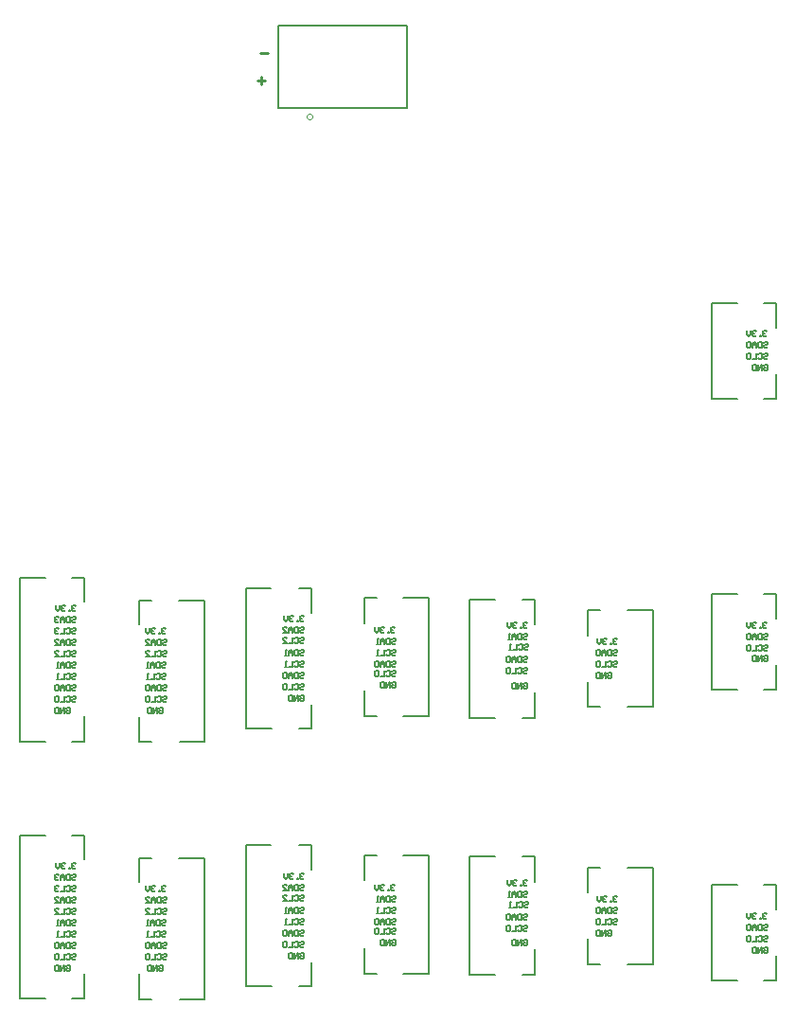
<source format=gbr>
%TF.GenerationSoftware,Altium Limited,Altium Designer,24.3.1 (35)*%
G04 Layer_Color=32896*
%FSLAX45Y45*%
%MOMM*%
%TF.SameCoordinates,065391E9-2A1D-4ECE-AA0D-878B158C5FC5*%
%TF.FilePolarity,Positive*%
%TF.FileFunction,Legend,Bot*%
%TF.Part,CustomerPanel*%
G01*
G75*
%TA.AperFunction,NonConductor*%
%ADD30C,0.12700*%
%ADD32C,0.00000*%
%ADD33C,0.25400*%
D30*
X2373500Y8119800D02*
X3523500D01*
X2373500D02*
Y8859800D01*
X3523500D01*
Y8119800D02*
Y8859800D01*
X56398Y158999D02*
Y1619001D01*
X56601Y158902D02*
Y160802D01*
X636402Y158999D02*
Y385003D01*
Y1410000D02*
Y1619001D01*
X526400Y158999D02*
X636402D01*
X526400Y1619001D02*
X636402D01*
X56398Y158999D02*
X286400D01*
X56398Y1619001D02*
X286400D01*
X1708902Y157399D02*
Y1417401D01*
X1128898Y1203401D02*
Y1417401D01*
Y157399D02*
Y378399D01*
Y1417401D02*
X1238900D01*
X1128898Y157399D02*
X1238900D01*
X1488902D02*
X1708902D01*
X1478900Y1417401D02*
X1708902D01*
X474144Y448720D02*
X482608Y457183D01*
X499536D01*
X508000Y448720D01*
Y414864D01*
X499536Y406400D01*
X482608D01*
X474144Y414864D01*
Y431792D01*
X491072D01*
X457217Y406400D02*
Y457183D01*
X423361Y406400D01*
Y457183D01*
X406433D02*
Y406400D01*
X381041D01*
X372577Y414864D01*
Y448720D01*
X381041Y457183D01*
X406433D01*
X1358900Y1159920D02*
X1350436Y1168383D01*
X1333508D01*
X1325044Y1159920D01*
Y1151456D01*
X1333508Y1142992D01*
X1341972D01*
X1333508D01*
X1325044Y1134528D01*
Y1126064D01*
X1333508Y1117600D01*
X1350436D01*
X1358900Y1126064D01*
X1308117Y1117600D02*
Y1126064D01*
X1299652D01*
Y1117600D01*
X1308117D01*
X1265797Y1159920D02*
X1257333Y1168383D01*
X1240405D01*
X1231941Y1159920D01*
Y1151456D01*
X1240405Y1142992D01*
X1248869D01*
X1240405D01*
X1231941Y1134528D01*
Y1126064D01*
X1240405Y1117600D01*
X1257333D01*
X1265797Y1126064D01*
X1215013Y1168383D02*
Y1134528D01*
X1198085Y1117600D01*
X1181158Y1134528D01*
Y1168383D01*
X524944Y550320D02*
X533408Y558783D01*
X550336D01*
X558800Y550320D01*
Y541856D01*
X550336Y533392D01*
X533408D01*
X524944Y524928D01*
Y516464D01*
X533408Y508000D01*
X550336D01*
X558800Y516464D01*
X474161Y550320D02*
X482625Y558783D01*
X499552D01*
X508017Y550320D01*
Y516464D01*
X499552Y508000D01*
X482625D01*
X474161Y516464D01*
X457233Y558783D02*
Y508000D01*
X423377D01*
X406450Y550320D02*
X397985Y558783D01*
X381058D01*
X372594Y550320D01*
Y516464D01*
X381058Y508000D01*
X397985D01*
X406450Y516464D01*
Y550320D01*
X524944Y651920D02*
X533408Y660383D01*
X550336D01*
X558800Y651920D01*
Y643456D01*
X550336Y634992D01*
X533408D01*
X524944Y626528D01*
Y618064D01*
X533408Y609600D01*
X550336D01*
X558800Y618064D01*
X508017Y660383D02*
Y609600D01*
X482625D01*
X474161Y618064D01*
Y651920D01*
X482625Y660383D01*
X508017D01*
X457233Y609600D02*
Y643456D01*
X440305Y660383D01*
X423377Y643456D01*
Y609600D01*
Y634992D01*
X457233D01*
X406450Y651920D02*
X397985Y660383D01*
X381058D01*
X372594Y651920D01*
Y618064D01*
X381058Y609600D01*
X397985D01*
X406450Y618064D01*
Y651920D01*
X524944Y753520D02*
X533408Y761983D01*
X550336D01*
X558800Y753520D01*
Y745056D01*
X550336Y736592D01*
X533408D01*
X524944Y728128D01*
Y719664D01*
X533408Y711200D01*
X550336D01*
X558800Y719664D01*
X474161Y753520D02*
X482625Y761983D01*
X499552D01*
X508017Y753520D01*
Y719664D01*
X499552Y711200D01*
X482625D01*
X474161Y719664D01*
X457233Y761983D02*
Y711200D01*
X423377D01*
X406450D02*
X389522D01*
X397985D01*
Y761983D01*
X406450Y753520D01*
X524944Y855120D02*
X533408Y863583D01*
X550336D01*
X558800Y855120D01*
Y846656D01*
X550336Y838192D01*
X533408D01*
X524944Y829728D01*
Y821264D01*
X533408Y812800D01*
X550336D01*
X558800Y821264D01*
X508017Y863583D02*
Y812800D01*
X482625D01*
X474161Y821264D01*
Y855120D01*
X482625Y863583D01*
X508017D01*
X457233Y812800D02*
Y846656D01*
X440305Y863583D01*
X423377Y846656D01*
Y812800D01*
Y838192D01*
X457233D01*
X406450Y812800D02*
X389522D01*
X397985D01*
Y863583D01*
X406450Y855120D01*
X1337744Y550320D02*
X1346208Y558783D01*
X1363136D01*
X1371600Y550320D01*
Y541856D01*
X1363136Y533392D01*
X1346208D01*
X1337744Y524928D01*
Y516464D01*
X1346208Y508000D01*
X1363136D01*
X1371600Y516464D01*
X1286961Y550320D02*
X1295425Y558783D01*
X1312352D01*
X1320817Y550320D01*
Y516464D01*
X1312352Y508000D01*
X1295425D01*
X1286961Y516464D01*
X1270033Y558783D02*
Y508000D01*
X1236177D01*
X1219250Y550320D02*
X1210785Y558783D01*
X1193858D01*
X1185394Y550320D01*
Y516464D01*
X1193858Y508000D01*
X1210785D01*
X1219250Y516464D01*
Y550320D01*
X1337744Y651920D02*
X1346208Y660383D01*
X1363136D01*
X1371600Y651920D01*
Y643456D01*
X1363136Y634992D01*
X1346208D01*
X1337744Y626528D01*
Y618064D01*
X1346208Y609600D01*
X1363136D01*
X1371600Y618064D01*
X1320817Y660383D02*
Y609600D01*
X1295425D01*
X1286961Y618064D01*
Y651920D01*
X1295425Y660383D01*
X1320817D01*
X1270033Y609600D02*
Y643456D01*
X1253105Y660383D01*
X1236177Y643456D01*
Y609600D01*
Y634992D01*
X1270033D01*
X1219250Y651920D02*
X1210785Y660383D01*
X1193858D01*
X1185394Y651920D01*
Y618064D01*
X1193858Y609600D01*
X1210785D01*
X1219250Y618064D01*
Y651920D01*
X524944Y1159920D02*
X533408Y1168383D01*
X550336D01*
X558800Y1159920D01*
Y1151456D01*
X550336Y1142992D01*
X533408D01*
X524944Y1134528D01*
Y1126064D01*
X533408Y1117600D01*
X550336D01*
X558800Y1126064D01*
X474161Y1159920D02*
X482625Y1168383D01*
X499552D01*
X508017Y1159920D01*
Y1126064D01*
X499552Y1117600D01*
X482625D01*
X474161Y1126064D01*
X457233Y1168383D02*
Y1117600D01*
X423377D01*
X406450Y1159920D02*
X397985Y1168383D01*
X381058D01*
X372594Y1159920D01*
Y1151456D01*
X381058Y1142992D01*
X389522D01*
X381058D01*
X372594Y1134528D01*
Y1126064D01*
X381058Y1117600D01*
X397985D01*
X406450Y1126064D01*
X524944Y1261520D02*
X533408Y1269983D01*
X550336D01*
X558800Y1261520D01*
Y1253056D01*
X550336Y1244592D01*
X533408D01*
X524944Y1236128D01*
Y1227664D01*
X533408Y1219200D01*
X550336D01*
X558800Y1227664D01*
X508017Y1269983D02*
Y1219200D01*
X482625D01*
X474161Y1227664D01*
Y1261520D01*
X482625Y1269983D01*
X508017D01*
X457233Y1219200D02*
Y1253056D01*
X440305Y1269983D01*
X423377Y1253056D01*
Y1219200D01*
Y1244592D01*
X457233D01*
X406450Y1261520D02*
X397985Y1269983D01*
X381058D01*
X372594Y1261520D01*
Y1253056D01*
X381058Y1244592D01*
X389522D01*
X381058D01*
X372594Y1236128D01*
Y1227664D01*
X381058Y1219200D01*
X397985D01*
X406450Y1227664D01*
X1325044Y855120D02*
X1333508Y863583D01*
X1350436D01*
X1358900Y855120D01*
Y846656D01*
X1350436Y838192D01*
X1333508D01*
X1325044Y829728D01*
Y821264D01*
X1333508Y812800D01*
X1350436D01*
X1358900Y821264D01*
X1308117Y863583D02*
Y812800D01*
X1282725D01*
X1274261Y821264D01*
Y855120D01*
X1282725Y863583D01*
X1308117D01*
X1257333Y812800D02*
Y846656D01*
X1240405Y863583D01*
X1223477Y846656D01*
Y812800D01*
Y838192D01*
X1257333D01*
X1206550Y812800D02*
X1189622D01*
X1198085D01*
Y863583D01*
X1206550Y855120D01*
X1325044Y753520D02*
X1333508Y761983D01*
X1350436D01*
X1358900Y753520D01*
Y745056D01*
X1350436Y736592D01*
X1333508D01*
X1325044Y728128D01*
Y719664D01*
X1333508Y711200D01*
X1350436D01*
X1358900Y719664D01*
X1274261Y753520D02*
X1282725Y761983D01*
X1299652D01*
X1308117Y753520D01*
Y719664D01*
X1299652Y711200D01*
X1282725D01*
X1274261Y719664D01*
X1257333Y761983D02*
Y711200D01*
X1223477D01*
X1206550D02*
X1189622D01*
X1198085D01*
Y761983D01*
X1206550Y753520D01*
X1337744Y956720D02*
X1346208Y965183D01*
X1363136D01*
X1371600Y956720D01*
Y948256D01*
X1363136Y939792D01*
X1346208D01*
X1337744Y931328D01*
Y922864D01*
X1346208Y914400D01*
X1363136D01*
X1371600Y922864D01*
X1286961Y956720D02*
X1295425Y965183D01*
X1312352D01*
X1320817Y956720D01*
Y922864D01*
X1312352Y914400D01*
X1295425D01*
X1286961Y922864D01*
X1270033Y965183D02*
Y914400D01*
X1236177D01*
X1185394D02*
X1219250D01*
X1185394Y948256D01*
Y956720D01*
X1193858Y965183D01*
X1210785D01*
X1219250Y956720D01*
X1337744Y1058320D02*
X1346208Y1066783D01*
X1363136D01*
X1371600Y1058320D01*
Y1049856D01*
X1363136Y1041392D01*
X1346208D01*
X1337744Y1032928D01*
Y1024464D01*
X1346208Y1016000D01*
X1363136D01*
X1371600Y1024464D01*
X1320817Y1066783D02*
Y1016000D01*
X1295425D01*
X1286961Y1024464D01*
Y1058320D01*
X1295425Y1066783D01*
X1320817D01*
X1270033Y1016000D02*
Y1049856D01*
X1253105Y1066783D01*
X1236177Y1049856D01*
Y1016000D01*
Y1041392D01*
X1270033D01*
X1185394Y1016000D02*
X1219250D01*
X1185394Y1049856D01*
Y1058320D01*
X1193858Y1066783D01*
X1210785D01*
X1219250Y1058320D01*
X524944D02*
X533408Y1066783D01*
X550336D01*
X558800Y1058320D01*
Y1049856D01*
X550336Y1041392D01*
X533408D01*
X524944Y1032928D01*
Y1024464D01*
X533408Y1016000D01*
X550336D01*
X558800Y1024464D01*
X508017Y1066783D02*
Y1016000D01*
X482625D01*
X474161Y1024464D01*
Y1058320D01*
X482625Y1066783D01*
X508017D01*
X457233Y1016000D02*
Y1049856D01*
X440305Y1066783D01*
X423377Y1049856D01*
Y1016000D01*
Y1041392D01*
X457233D01*
X372594Y1016000D02*
X406450D01*
X372594Y1049856D01*
Y1058320D01*
X381058Y1066783D01*
X397985D01*
X406450Y1058320D01*
X524944Y956720D02*
X533408Y965183D01*
X550336D01*
X558800Y956720D01*
Y948256D01*
X550336Y939792D01*
X533408D01*
X524944Y931328D01*
Y922864D01*
X533408Y914400D01*
X550336D01*
X558800Y922864D01*
X474161Y956720D02*
X482625Y965183D01*
X499552D01*
X508017Y956720D01*
Y922864D01*
X499552Y914400D01*
X482625D01*
X474161Y922864D01*
X457233Y965183D02*
Y914400D01*
X423377D01*
X372594D02*
X406450D01*
X372594Y948256D01*
Y956720D01*
X381058Y965183D01*
X397985D01*
X406450Y956720D01*
X1299644Y448720D02*
X1308108Y457183D01*
X1325036D01*
X1333500Y448720D01*
Y414864D01*
X1325036Y406400D01*
X1308108D01*
X1299644Y414864D01*
Y431792D01*
X1316572D01*
X1282717Y406400D02*
Y457183D01*
X1248861Y406400D01*
Y457183D01*
X1231933D02*
Y406400D01*
X1206541D01*
X1198077Y414864D01*
Y448720D01*
X1206541Y457183D01*
X1231933D01*
X558800Y1363120D02*
X550336Y1371583D01*
X533408D01*
X524944Y1363120D01*
Y1354656D01*
X533408Y1346192D01*
X541872D01*
X533408D01*
X524944Y1337728D01*
Y1329264D01*
X533408Y1320800D01*
X550336D01*
X558800Y1329264D01*
X508017Y1320800D02*
Y1329264D01*
X499552D01*
Y1320800D01*
X508017D01*
X465697Y1363120D02*
X457233Y1371583D01*
X440305D01*
X431841Y1363120D01*
Y1354656D01*
X440305Y1346192D01*
X448769D01*
X440305D01*
X431841Y1337728D01*
Y1329264D01*
X440305Y1320800D01*
X457233D01*
X465697Y1329264D01*
X414913Y1371583D02*
Y1337728D01*
X397985Y1320800D01*
X381058Y1337728D01*
Y1371583D01*
X56398Y2458999D02*
Y3919001D01*
X56601Y2458902D02*
Y2460802D01*
X636402Y2458999D02*
Y2685003D01*
Y3710000D02*
Y3919001D01*
X526400Y2458999D02*
X636402D01*
X526400Y3919001D02*
X636402D01*
X56398Y2458999D02*
X286400D01*
X56398Y3919001D02*
X286400D01*
X1708902Y2457399D02*
Y3717401D01*
X1128898Y3503401D02*
Y3717401D01*
Y2457399D02*
Y2678399D01*
Y3717401D02*
X1238900D01*
X1128898Y2457399D02*
X1238900D01*
X1488902D02*
X1708902D01*
X1478900Y3717401D02*
X1708902D01*
X474144Y2748720D02*
X482608Y2757183D01*
X499536D01*
X508000Y2748720D01*
Y2714864D01*
X499536Y2706400D01*
X482608D01*
X474144Y2714864D01*
Y2731792D01*
X491072D01*
X457217Y2706400D02*
Y2757183D01*
X423361Y2706400D01*
Y2757183D01*
X406433D02*
Y2706400D01*
X381041D01*
X372577Y2714864D01*
Y2748720D01*
X381041Y2757183D01*
X406433D01*
X1358900Y3459920D02*
X1350436Y3468383D01*
X1333508D01*
X1325044Y3459920D01*
Y3451456D01*
X1333508Y3442992D01*
X1341972D01*
X1333508D01*
X1325044Y3434528D01*
Y3426064D01*
X1333508Y3417600D01*
X1350436D01*
X1358900Y3426064D01*
X1308117Y3417600D02*
Y3426064D01*
X1299652D01*
Y3417600D01*
X1308117D01*
X1265797Y3459920D02*
X1257333Y3468383D01*
X1240405D01*
X1231941Y3459920D01*
Y3451456D01*
X1240405Y3442992D01*
X1248869D01*
X1240405D01*
X1231941Y3434528D01*
Y3426064D01*
X1240405Y3417600D01*
X1257333D01*
X1265797Y3426064D01*
X1215013Y3468383D02*
Y3434528D01*
X1198085Y3417600D01*
X1181158Y3434528D01*
Y3468383D01*
X524944Y2850320D02*
X533408Y2858783D01*
X550336D01*
X558800Y2850320D01*
Y2841856D01*
X550336Y2833392D01*
X533408D01*
X524944Y2824928D01*
Y2816464D01*
X533408Y2808000D01*
X550336D01*
X558800Y2816464D01*
X474161Y2850320D02*
X482625Y2858783D01*
X499552D01*
X508017Y2850320D01*
Y2816464D01*
X499552Y2808000D01*
X482625D01*
X474161Y2816464D01*
X457233Y2858783D02*
Y2808000D01*
X423377D01*
X406450Y2850320D02*
X397985Y2858783D01*
X381058D01*
X372594Y2850320D01*
Y2816464D01*
X381058Y2808000D01*
X397985D01*
X406450Y2816464D01*
Y2850320D01*
X524944Y2951920D02*
X533408Y2960383D01*
X550336D01*
X558800Y2951920D01*
Y2943456D01*
X550336Y2934992D01*
X533408D01*
X524944Y2926528D01*
Y2918064D01*
X533408Y2909600D01*
X550336D01*
X558800Y2918064D01*
X508017Y2960383D02*
Y2909600D01*
X482625D01*
X474161Y2918064D01*
Y2951920D01*
X482625Y2960383D01*
X508017D01*
X457233Y2909600D02*
Y2943456D01*
X440305Y2960383D01*
X423377Y2943456D01*
Y2909600D01*
Y2934992D01*
X457233D01*
X406450Y2951920D02*
X397985Y2960383D01*
X381058D01*
X372594Y2951920D01*
Y2918064D01*
X381058Y2909600D01*
X397985D01*
X406450Y2918064D01*
Y2951920D01*
X524944Y3053520D02*
X533408Y3061983D01*
X550336D01*
X558800Y3053520D01*
Y3045056D01*
X550336Y3036592D01*
X533408D01*
X524944Y3028128D01*
Y3019664D01*
X533408Y3011200D01*
X550336D01*
X558800Y3019664D01*
X474161Y3053520D02*
X482625Y3061983D01*
X499552D01*
X508017Y3053520D01*
Y3019664D01*
X499552Y3011200D01*
X482625D01*
X474161Y3019664D01*
X457233Y3061983D02*
Y3011200D01*
X423377D01*
X406450D02*
X389522D01*
X397985D01*
Y3061983D01*
X406450Y3053520D01*
X524944Y3155120D02*
X533408Y3163583D01*
X550336D01*
X558800Y3155120D01*
Y3146656D01*
X550336Y3138192D01*
X533408D01*
X524944Y3129728D01*
Y3121264D01*
X533408Y3112800D01*
X550336D01*
X558800Y3121264D01*
X508017Y3163583D02*
Y3112800D01*
X482625D01*
X474161Y3121264D01*
Y3155120D01*
X482625Y3163583D01*
X508017D01*
X457233Y3112800D02*
Y3146656D01*
X440305Y3163583D01*
X423377Y3146656D01*
Y3112800D01*
Y3138192D01*
X457233D01*
X406450Y3112800D02*
X389522D01*
X397985D01*
Y3163583D01*
X406450Y3155120D01*
X1337744Y2850320D02*
X1346208Y2858783D01*
X1363136D01*
X1371600Y2850320D01*
Y2841856D01*
X1363136Y2833392D01*
X1346208D01*
X1337744Y2824928D01*
Y2816464D01*
X1346208Y2808000D01*
X1363136D01*
X1371600Y2816464D01*
X1286961Y2850320D02*
X1295425Y2858783D01*
X1312352D01*
X1320817Y2850320D01*
Y2816464D01*
X1312352Y2808000D01*
X1295425D01*
X1286961Y2816464D01*
X1270033Y2858783D02*
Y2808000D01*
X1236177D01*
X1219250Y2850320D02*
X1210785Y2858783D01*
X1193858D01*
X1185394Y2850320D01*
Y2816464D01*
X1193858Y2808000D01*
X1210785D01*
X1219250Y2816464D01*
Y2850320D01*
X1337744Y2951920D02*
X1346208Y2960383D01*
X1363136D01*
X1371600Y2951920D01*
Y2943456D01*
X1363136Y2934992D01*
X1346208D01*
X1337744Y2926528D01*
Y2918064D01*
X1346208Y2909600D01*
X1363136D01*
X1371600Y2918064D01*
X1320817Y2960383D02*
Y2909600D01*
X1295425D01*
X1286961Y2918064D01*
Y2951920D01*
X1295425Y2960383D01*
X1320817D01*
X1270033Y2909600D02*
Y2943456D01*
X1253105Y2960383D01*
X1236177Y2943456D01*
Y2909600D01*
Y2934992D01*
X1270033D01*
X1219250Y2951920D02*
X1210785Y2960383D01*
X1193858D01*
X1185394Y2951920D01*
Y2918064D01*
X1193858Y2909600D01*
X1210785D01*
X1219250Y2918064D01*
Y2951920D01*
X524944Y3459920D02*
X533408Y3468383D01*
X550336D01*
X558800Y3459920D01*
Y3451456D01*
X550336Y3442992D01*
X533408D01*
X524944Y3434528D01*
Y3426064D01*
X533408Y3417600D01*
X550336D01*
X558800Y3426064D01*
X474161Y3459920D02*
X482625Y3468383D01*
X499552D01*
X508017Y3459920D01*
Y3426064D01*
X499552Y3417600D01*
X482625D01*
X474161Y3426064D01*
X457233Y3468383D02*
Y3417600D01*
X423377D01*
X406450Y3459920D02*
X397985Y3468383D01*
X381058D01*
X372594Y3459920D01*
Y3451456D01*
X381058Y3442992D01*
X389522D01*
X381058D01*
X372594Y3434528D01*
Y3426064D01*
X381058Y3417600D01*
X397985D01*
X406450Y3426064D01*
X524944Y3561520D02*
X533408Y3569983D01*
X550336D01*
X558800Y3561520D01*
Y3553056D01*
X550336Y3544592D01*
X533408D01*
X524944Y3536128D01*
Y3527664D01*
X533408Y3519200D01*
X550336D01*
X558800Y3527664D01*
X508017Y3569983D02*
Y3519200D01*
X482625D01*
X474161Y3527664D01*
Y3561520D01*
X482625Y3569983D01*
X508017D01*
X457233Y3519200D02*
Y3553056D01*
X440305Y3569983D01*
X423377Y3553056D01*
Y3519200D01*
Y3544592D01*
X457233D01*
X406450Y3561520D02*
X397985Y3569983D01*
X381058D01*
X372594Y3561520D01*
Y3553056D01*
X381058Y3544592D01*
X389522D01*
X381058D01*
X372594Y3536128D01*
Y3527664D01*
X381058Y3519200D01*
X397985D01*
X406450Y3527664D01*
X1325044Y3155120D02*
X1333508Y3163583D01*
X1350436D01*
X1358900Y3155120D01*
Y3146656D01*
X1350436Y3138192D01*
X1333508D01*
X1325044Y3129728D01*
Y3121264D01*
X1333508Y3112800D01*
X1350436D01*
X1358900Y3121264D01*
X1308117Y3163583D02*
Y3112800D01*
X1282725D01*
X1274261Y3121264D01*
Y3155120D01*
X1282725Y3163583D01*
X1308117D01*
X1257333Y3112800D02*
Y3146656D01*
X1240405Y3163583D01*
X1223477Y3146656D01*
Y3112800D01*
Y3138192D01*
X1257333D01*
X1206550Y3112800D02*
X1189622D01*
X1198085D01*
Y3163583D01*
X1206550Y3155120D01*
X1325044Y3053520D02*
X1333508Y3061983D01*
X1350436D01*
X1358900Y3053520D01*
Y3045056D01*
X1350436Y3036592D01*
X1333508D01*
X1325044Y3028128D01*
Y3019664D01*
X1333508Y3011200D01*
X1350436D01*
X1358900Y3019664D01*
X1274261Y3053520D02*
X1282725Y3061983D01*
X1299652D01*
X1308117Y3053520D01*
Y3019664D01*
X1299652Y3011200D01*
X1282725D01*
X1274261Y3019664D01*
X1257333Y3061983D02*
Y3011200D01*
X1223477D01*
X1206550D02*
X1189622D01*
X1198085D01*
Y3061983D01*
X1206550Y3053520D01*
X1337744Y3256720D02*
X1346208Y3265183D01*
X1363136D01*
X1371600Y3256720D01*
Y3248256D01*
X1363136Y3239792D01*
X1346208D01*
X1337744Y3231328D01*
Y3222864D01*
X1346208Y3214400D01*
X1363136D01*
X1371600Y3222864D01*
X1286961Y3256720D02*
X1295425Y3265183D01*
X1312352D01*
X1320817Y3256720D01*
Y3222864D01*
X1312352Y3214400D01*
X1295425D01*
X1286961Y3222864D01*
X1270033Y3265183D02*
Y3214400D01*
X1236177D01*
X1185394D02*
X1219250D01*
X1185394Y3248256D01*
Y3256720D01*
X1193858Y3265183D01*
X1210785D01*
X1219250Y3256720D01*
X1337744Y3358320D02*
X1346208Y3366783D01*
X1363136D01*
X1371600Y3358320D01*
Y3349856D01*
X1363136Y3341392D01*
X1346208D01*
X1337744Y3332928D01*
Y3324464D01*
X1346208Y3316000D01*
X1363136D01*
X1371600Y3324464D01*
X1320817Y3366783D02*
Y3316000D01*
X1295425D01*
X1286961Y3324464D01*
Y3358320D01*
X1295425Y3366783D01*
X1320817D01*
X1270033Y3316000D02*
Y3349856D01*
X1253105Y3366783D01*
X1236177Y3349856D01*
Y3316000D01*
Y3341392D01*
X1270033D01*
X1185394Y3316000D02*
X1219250D01*
X1185394Y3349856D01*
Y3358320D01*
X1193858Y3366783D01*
X1210785D01*
X1219250Y3358320D01*
X524944D02*
X533408Y3366783D01*
X550336D01*
X558800Y3358320D01*
Y3349856D01*
X550336Y3341392D01*
X533408D01*
X524944Y3332928D01*
Y3324464D01*
X533408Y3316000D01*
X550336D01*
X558800Y3324464D01*
X508017Y3366783D02*
Y3316000D01*
X482625D01*
X474161Y3324464D01*
Y3358320D01*
X482625Y3366783D01*
X508017D01*
X457233Y3316000D02*
Y3349856D01*
X440305Y3366783D01*
X423377Y3349856D01*
Y3316000D01*
Y3341392D01*
X457233D01*
X372594Y3316000D02*
X406450D01*
X372594Y3349856D01*
Y3358320D01*
X381058Y3366783D01*
X397985D01*
X406450Y3358320D01*
X524944Y3256720D02*
X533408Y3265183D01*
X550336D01*
X558800Y3256720D01*
Y3248256D01*
X550336Y3239792D01*
X533408D01*
X524944Y3231328D01*
Y3222864D01*
X533408Y3214400D01*
X550336D01*
X558800Y3222864D01*
X474161Y3256720D02*
X482625Y3265183D01*
X499552D01*
X508017Y3256720D01*
Y3222864D01*
X499552Y3214400D01*
X482625D01*
X474161Y3222864D01*
X457233Y3265183D02*
Y3214400D01*
X423377D01*
X372594D02*
X406450D01*
X372594Y3248256D01*
Y3256720D01*
X381058Y3265183D01*
X397985D01*
X406450Y3256720D01*
X1299644Y2748720D02*
X1308108Y2757183D01*
X1325036D01*
X1333500Y2748720D01*
Y2714864D01*
X1325036Y2706400D01*
X1308108D01*
X1299644Y2714864D01*
Y2731792D01*
X1316572D01*
X1282717Y2706400D02*
Y2757183D01*
X1248861Y2706400D01*
Y2757183D01*
X1231933D02*
Y2706400D01*
X1206541D01*
X1198077Y2714864D01*
Y2748720D01*
X1206541Y2757183D01*
X1231933D01*
X558800Y3663120D02*
X550336Y3671583D01*
X533408D01*
X524944Y3663120D01*
Y3654656D01*
X533408Y3646192D01*
X541872D01*
X533408D01*
X524944Y3637728D01*
Y3629264D01*
X533408Y3620800D01*
X550336D01*
X558800Y3629264D01*
X508017Y3620800D02*
Y3629264D01*
X499552D01*
Y3620800D01*
X508017D01*
X465697Y3663120D02*
X457233Y3671583D01*
X440305D01*
X431841Y3663120D01*
Y3654656D01*
X440305Y3646192D01*
X448769D01*
X440305D01*
X431841Y3637728D01*
Y3629264D01*
X440305Y3620800D01*
X457233D01*
X465697Y3629264D01*
X414913Y3671583D02*
Y3637728D01*
X397985Y3620800D01*
X381058Y3637728D01*
Y3671583D01*
X3490000Y384399D02*
X3720002D01*
X3490000Y1444401D02*
X3720002D01*
X3139998Y384399D02*
X3250000D01*
X3139998Y1444401D02*
X3250000D01*
X3139998Y384399D02*
Y612399D01*
Y1216401D02*
Y1444401D01*
X3720002Y384399D02*
Y1444401D01*
X2081798Y271699D02*
Y1531701D01*
X2661802Y271699D02*
Y485699D01*
Y1310701D02*
Y1531701D01*
X2551800Y271699D02*
X2661802D01*
X2551800Y1531701D02*
X2661802D01*
X2081798D02*
X2301798D01*
X2081798Y271699D02*
X2311800D01*
X3408100Y1172620D02*
X3399636Y1181083D01*
X3382708D01*
X3374244Y1172620D01*
Y1164156D01*
X3382708Y1155692D01*
X3391172D01*
X3382708D01*
X3374244Y1147228D01*
Y1138764D01*
X3382708Y1130300D01*
X3399636D01*
X3408100Y1138764D01*
X3357317Y1130300D02*
Y1138764D01*
X3348853D01*
Y1130300D01*
X3357317D01*
X3314997Y1172620D02*
X3306533Y1181083D01*
X3289605D01*
X3281141Y1172620D01*
Y1164156D01*
X3289605Y1155692D01*
X3298069D01*
X3289605D01*
X3281141Y1147228D01*
Y1138764D01*
X3289605Y1130300D01*
X3306533D01*
X3314997Y1138764D01*
X3264213Y1181083D02*
Y1147228D01*
X3247286Y1130300D01*
X3230358Y1147228D01*
Y1181083D01*
X3388544Y1071020D02*
X3397008Y1079483D01*
X3413936D01*
X3422400Y1071020D01*
Y1062556D01*
X3413936Y1054092D01*
X3397008D01*
X3388544Y1045628D01*
Y1037164D01*
X3397008Y1028700D01*
X3413936D01*
X3422400Y1037164D01*
X3371617Y1079483D02*
Y1028700D01*
X3346225D01*
X3337761Y1037164D01*
Y1071020D01*
X3346225Y1079483D01*
X3371617D01*
X3320833Y1028700D02*
Y1062556D01*
X3303905Y1079483D01*
X3286977Y1062556D01*
Y1028700D01*
Y1054092D01*
X3320833D01*
X3270050Y1028700D02*
X3253122D01*
X3261586D01*
Y1079483D01*
X3270050Y1071020D01*
X3388544Y969420D02*
X3397008Y977883D01*
X3413936D01*
X3422400Y969420D01*
Y960956D01*
X3413936Y952492D01*
X3397008D01*
X3388544Y944028D01*
Y935564D01*
X3397008Y927100D01*
X3413936D01*
X3422400Y935564D01*
X3337761Y969420D02*
X3346225Y977883D01*
X3363153D01*
X3371617Y969420D01*
Y935564D01*
X3363153Y927100D01*
X3346225D01*
X3337761Y935564D01*
X3320833Y977883D02*
Y927100D01*
X3286977D01*
X3270050D02*
X3253122D01*
X3261586D01*
Y977883D01*
X3270050Y969420D01*
X3388544Y778920D02*
X3397008Y787383D01*
X3413936D01*
X3422400Y778920D01*
Y770456D01*
X3413936Y761992D01*
X3397008D01*
X3388544Y753528D01*
Y745064D01*
X3397008Y736600D01*
X3413936D01*
X3422400Y745064D01*
X3337761Y778920D02*
X3346225Y787383D01*
X3363153D01*
X3371617Y778920D01*
Y745064D01*
X3363153Y736600D01*
X3346225D01*
X3337761Y745064D01*
X3320833Y787383D02*
Y736600D01*
X3286977D01*
X3270050Y778920D02*
X3261586Y787383D01*
X3244658D01*
X3236194Y778920D01*
Y745064D01*
X3244658Y736600D01*
X3261586D01*
X3270050Y745064D01*
Y778920D01*
X3388544Y867820D02*
X3397008Y876283D01*
X3413936D01*
X3422400Y867820D01*
Y859356D01*
X3413936Y850892D01*
X3397008D01*
X3388544Y842428D01*
Y833964D01*
X3397008Y825500D01*
X3413936D01*
X3422400Y833964D01*
X3371617Y876283D02*
Y825500D01*
X3346225D01*
X3337761Y833964D01*
Y867820D01*
X3346225Y876283D01*
X3371617D01*
X3320833Y825500D02*
Y859356D01*
X3303905Y876283D01*
X3286977Y859356D01*
Y825500D01*
Y850892D01*
X3320833D01*
X3270050Y867820D02*
X3261586Y876283D01*
X3244658D01*
X3236194Y867820D01*
Y833964D01*
X3244658Y825500D01*
X3261586D01*
X3270050Y833964D01*
Y867820D01*
X3388544Y677320D02*
X3397008Y685783D01*
X3413936D01*
X3422400Y677320D01*
Y643464D01*
X3413936Y635000D01*
X3397008D01*
X3388544Y643464D01*
Y660392D01*
X3405472D01*
X3371617Y635000D02*
Y685783D01*
X3337761Y635000D01*
Y685783D01*
X3320833D02*
Y635000D01*
X3295441D01*
X3286977Y643464D01*
Y677320D01*
X3295441Y685783D01*
X3320833D01*
X2563044Y664620D02*
X2571508Y673083D01*
X2588436D01*
X2596900Y664620D01*
Y656156D01*
X2588436Y647692D01*
X2571508D01*
X2563044Y639228D01*
Y630764D01*
X2571508Y622300D01*
X2588436D01*
X2596900Y630764D01*
X2512261Y664620D02*
X2520725Y673083D01*
X2537653D01*
X2546117Y664620D01*
Y630764D01*
X2537653Y622300D01*
X2520725D01*
X2512261Y630764D01*
X2495333Y673083D02*
Y622300D01*
X2461477D01*
X2444550Y664620D02*
X2436086Y673083D01*
X2419158D01*
X2410694Y664620D01*
Y630764D01*
X2419158Y622300D01*
X2436086D01*
X2444550Y630764D01*
Y664620D01*
X2563044Y766220D02*
X2571508Y774683D01*
X2588436D01*
X2596900Y766220D01*
Y757756D01*
X2588436Y749292D01*
X2571508D01*
X2563044Y740828D01*
Y732364D01*
X2571508Y723900D01*
X2588436D01*
X2596900Y732364D01*
X2546117Y774683D02*
Y723900D01*
X2520725D01*
X2512261Y732364D01*
Y766220D01*
X2520725Y774683D01*
X2546117D01*
X2495333Y723900D02*
Y757756D01*
X2478405Y774683D01*
X2461477Y757756D01*
Y723900D01*
Y749292D01*
X2495333D01*
X2444550Y766220D02*
X2436086Y774683D01*
X2419158D01*
X2410694Y766220D01*
Y732364D01*
X2419158Y723900D01*
X2436086D01*
X2444550Y732364D01*
Y766220D01*
X2563044Y867820D02*
X2571508Y876283D01*
X2588436D01*
X2596900Y867820D01*
Y859356D01*
X2588436Y850892D01*
X2571508D01*
X2563044Y842428D01*
Y833964D01*
X2571508Y825500D01*
X2588436D01*
X2596900Y833964D01*
X2512261Y867820D02*
X2520725Y876283D01*
X2537653D01*
X2546117Y867820D01*
Y833964D01*
X2537653Y825500D01*
X2520725D01*
X2512261Y833964D01*
X2495333Y876283D02*
Y825500D01*
X2461477D01*
X2444550D02*
X2427622D01*
X2436086D01*
Y876283D01*
X2444550Y867820D01*
X2563044Y969420D02*
X2571508Y977883D01*
X2588436D01*
X2596900Y969420D01*
Y960956D01*
X2588436Y952492D01*
X2571508D01*
X2563044Y944028D01*
Y935564D01*
X2571508Y927100D01*
X2588436D01*
X2596900Y935564D01*
X2546117Y977883D02*
Y927100D01*
X2520725D01*
X2512261Y935564D01*
Y969420D01*
X2520725Y977883D01*
X2546117D01*
X2495333Y927100D02*
Y960956D01*
X2478405Y977883D01*
X2461477Y960956D01*
Y927100D01*
Y952492D01*
X2495333D01*
X2444550Y927100D02*
X2427622D01*
X2436086D01*
Y977883D01*
X2444550Y969420D01*
X2566907Y1079660D02*
X2575371Y1088123D01*
X2592299D01*
X2600763Y1079660D01*
Y1071195D01*
X2592299Y1062732D01*
X2575371D01*
X2566907Y1054268D01*
Y1045804D01*
X2575371Y1037340D01*
X2592299D01*
X2600763Y1045804D01*
X2516124Y1079660D02*
X2524588Y1088123D01*
X2541516D01*
X2549980Y1079660D01*
Y1045804D01*
X2541516Y1037340D01*
X2524588D01*
X2516124Y1045804D01*
X2499196Y1088123D02*
Y1037340D01*
X2465341D01*
X2414557D02*
X2448413D01*
X2414557Y1071195D01*
Y1079660D01*
X2423021Y1088123D01*
X2439949D01*
X2448413Y1079660D01*
X2563044Y1172620D02*
X2571508Y1181083D01*
X2588436D01*
X2596900Y1172620D01*
Y1164156D01*
X2588436Y1155692D01*
X2571508D01*
X2563044Y1147228D01*
Y1138764D01*
X2571508Y1130300D01*
X2588436D01*
X2596900Y1138764D01*
X2546117Y1181083D02*
Y1130300D01*
X2520725D01*
X2512261Y1138764D01*
Y1172620D01*
X2520725Y1181083D01*
X2546117D01*
X2495333Y1130300D02*
Y1164156D01*
X2478405Y1181083D01*
X2461477Y1164156D01*
Y1130300D01*
Y1155692D01*
X2495333D01*
X2410694Y1130300D02*
X2444550D01*
X2410694Y1164156D01*
Y1172620D01*
X2419158Y1181083D01*
X2436086D01*
X2444550Y1172620D01*
X2596900Y1274220D02*
X2588436Y1282683D01*
X2571508D01*
X2563044Y1274220D01*
Y1265756D01*
X2571508Y1257292D01*
X2579972D01*
X2571508D01*
X2563044Y1248828D01*
Y1240364D01*
X2571508Y1231900D01*
X2588436D01*
X2596900Y1240364D01*
X2546117Y1231900D02*
Y1240364D01*
X2537653D01*
Y1231900D01*
X2546117D01*
X2503797Y1274220D02*
X2495333Y1282683D01*
X2478405D01*
X2469941Y1274220D01*
Y1265756D01*
X2478405Y1257292D01*
X2486869D01*
X2478405D01*
X2469941Y1248828D01*
Y1240364D01*
X2478405Y1231900D01*
X2495333D01*
X2503797Y1240364D01*
X2453013Y1282683D02*
Y1248828D01*
X2436086Y1231900D01*
X2419158Y1248828D01*
Y1282683D01*
X2563044Y563020D02*
X2571508Y571483D01*
X2588436D01*
X2596900Y563020D01*
Y529164D01*
X2588436Y520700D01*
X2571508D01*
X2563044Y529164D01*
Y546092D01*
X2579972D01*
X2546117Y520700D02*
Y571483D01*
X2512261Y520700D01*
Y571483D01*
X2495333D02*
Y520700D01*
X2469941D01*
X2461477Y529164D01*
Y563020D01*
X2469941Y571483D01*
X2495333D01*
X3490000Y2684398D02*
X3720002D01*
X3490000Y3744401D02*
X3720002D01*
X3139998Y2684398D02*
X3250000D01*
X3139998Y3744401D02*
X3250000D01*
X3139998Y2684398D02*
Y2912399D01*
Y3516401D02*
Y3744401D01*
X3720002Y2684398D02*
Y3744401D01*
X2081798Y2571699D02*
Y3831701D01*
X2661802Y2571699D02*
Y2785699D01*
Y3610701D02*
Y3831701D01*
X2551800Y2571699D02*
X2661802D01*
X2551800Y3831701D02*
X2661802D01*
X2081798D02*
X2301798D01*
X2081798Y2571699D02*
X2311800D01*
X3408100Y3472620D02*
X3399636Y3481083D01*
X3382708D01*
X3374244Y3472620D01*
Y3464156D01*
X3382708Y3455692D01*
X3391172D01*
X3382708D01*
X3374244Y3447228D01*
Y3438764D01*
X3382708Y3430300D01*
X3399636D01*
X3408100Y3438764D01*
X3357317Y3430300D02*
Y3438764D01*
X3348853D01*
Y3430300D01*
X3357317D01*
X3314997Y3472620D02*
X3306533Y3481083D01*
X3289605D01*
X3281141Y3472620D01*
Y3464156D01*
X3289605Y3455692D01*
X3298069D01*
X3289605D01*
X3281141Y3447228D01*
Y3438764D01*
X3289605Y3430300D01*
X3306533D01*
X3314997Y3438764D01*
X3264213Y3481083D02*
Y3447228D01*
X3247286Y3430300D01*
X3230358Y3447228D01*
Y3481083D01*
X3388544Y3371020D02*
X3397008Y3379483D01*
X3413936D01*
X3422400Y3371020D01*
Y3362556D01*
X3413936Y3354092D01*
X3397008D01*
X3388544Y3345628D01*
Y3337164D01*
X3397008Y3328700D01*
X3413936D01*
X3422400Y3337164D01*
X3371617Y3379483D02*
Y3328700D01*
X3346225D01*
X3337761Y3337164D01*
Y3371020D01*
X3346225Y3379483D01*
X3371617D01*
X3320833Y3328700D02*
Y3362556D01*
X3303905Y3379483D01*
X3286977Y3362556D01*
Y3328700D01*
Y3354092D01*
X3320833D01*
X3270050Y3328700D02*
X3253122D01*
X3261586D01*
Y3379483D01*
X3270050Y3371020D01*
X3388544Y3269420D02*
X3397008Y3277883D01*
X3413936D01*
X3422400Y3269420D01*
Y3260956D01*
X3413936Y3252492D01*
X3397008D01*
X3388544Y3244028D01*
Y3235564D01*
X3397008Y3227100D01*
X3413936D01*
X3422400Y3235564D01*
X3337761Y3269420D02*
X3346225Y3277883D01*
X3363153D01*
X3371617Y3269420D01*
Y3235564D01*
X3363153Y3227100D01*
X3346225D01*
X3337761Y3235564D01*
X3320833Y3277883D02*
Y3227100D01*
X3286977D01*
X3270050D02*
X3253122D01*
X3261586D01*
Y3277883D01*
X3270050Y3269420D01*
X3388544Y3078920D02*
X3397008Y3087383D01*
X3413936D01*
X3422400Y3078920D01*
Y3070456D01*
X3413936Y3061992D01*
X3397008D01*
X3388544Y3053528D01*
Y3045064D01*
X3397008Y3036600D01*
X3413936D01*
X3422400Y3045064D01*
X3337761Y3078920D02*
X3346225Y3087383D01*
X3363153D01*
X3371617Y3078920D01*
Y3045064D01*
X3363153Y3036600D01*
X3346225D01*
X3337761Y3045064D01*
X3320833Y3087383D02*
Y3036600D01*
X3286977D01*
X3270050Y3078920D02*
X3261586Y3087383D01*
X3244658D01*
X3236194Y3078920D01*
Y3045064D01*
X3244658Y3036600D01*
X3261586D01*
X3270050Y3045064D01*
Y3078920D01*
X3388544Y3167820D02*
X3397008Y3176283D01*
X3413936D01*
X3422400Y3167820D01*
Y3159356D01*
X3413936Y3150892D01*
X3397008D01*
X3388544Y3142428D01*
Y3133964D01*
X3397008Y3125500D01*
X3413936D01*
X3422400Y3133964D01*
X3371617Y3176283D02*
Y3125500D01*
X3346225D01*
X3337761Y3133964D01*
Y3167820D01*
X3346225Y3176283D01*
X3371617D01*
X3320833Y3125500D02*
Y3159356D01*
X3303905Y3176283D01*
X3286977Y3159356D01*
Y3125500D01*
Y3150892D01*
X3320833D01*
X3270050Y3167820D02*
X3261586Y3176283D01*
X3244658D01*
X3236194Y3167820D01*
Y3133964D01*
X3244658Y3125500D01*
X3261586D01*
X3270050Y3133964D01*
Y3167820D01*
X3388544Y2977320D02*
X3397008Y2985783D01*
X3413936D01*
X3422400Y2977320D01*
Y2943464D01*
X3413936Y2935000D01*
X3397008D01*
X3388544Y2943464D01*
Y2960392D01*
X3405472D01*
X3371617Y2935000D02*
Y2985783D01*
X3337761Y2935000D01*
Y2985783D01*
X3320833D02*
Y2935000D01*
X3295441D01*
X3286977Y2943464D01*
Y2977320D01*
X3295441Y2985783D01*
X3320833D01*
X2563044Y2964620D02*
X2571508Y2973083D01*
X2588436D01*
X2596900Y2964620D01*
Y2956156D01*
X2588436Y2947692D01*
X2571508D01*
X2563044Y2939228D01*
Y2930764D01*
X2571508Y2922300D01*
X2588436D01*
X2596900Y2930764D01*
X2512261Y2964620D02*
X2520725Y2973083D01*
X2537653D01*
X2546117Y2964620D01*
Y2930764D01*
X2537653Y2922300D01*
X2520725D01*
X2512261Y2930764D01*
X2495333Y2973083D02*
Y2922300D01*
X2461477D01*
X2444550Y2964620D02*
X2436086Y2973083D01*
X2419158D01*
X2410694Y2964620D01*
Y2930764D01*
X2419158Y2922300D01*
X2436086D01*
X2444550Y2930764D01*
Y2964620D01*
X2563044Y3066220D02*
X2571508Y3074683D01*
X2588436D01*
X2596900Y3066220D01*
Y3057756D01*
X2588436Y3049292D01*
X2571508D01*
X2563044Y3040828D01*
Y3032364D01*
X2571508Y3023900D01*
X2588436D01*
X2596900Y3032364D01*
X2546117Y3074683D02*
Y3023900D01*
X2520725D01*
X2512261Y3032364D01*
Y3066220D01*
X2520725Y3074683D01*
X2546117D01*
X2495333Y3023900D02*
Y3057756D01*
X2478405Y3074683D01*
X2461477Y3057756D01*
Y3023900D01*
Y3049292D01*
X2495333D01*
X2444550Y3066220D02*
X2436086Y3074683D01*
X2419158D01*
X2410694Y3066220D01*
Y3032364D01*
X2419158Y3023900D01*
X2436086D01*
X2444550Y3032364D01*
Y3066220D01*
X2563044Y3167820D02*
X2571508Y3176283D01*
X2588436D01*
X2596900Y3167820D01*
Y3159356D01*
X2588436Y3150892D01*
X2571508D01*
X2563044Y3142428D01*
Y3133964D01*
X2571508Y3125500D01*
X2588436D01*
X2596900Y3133964D01*
X2512261Y3167820D02*
X2520725Y3176283D01*
X2537653D01*
X2546117Y3167820D01*
Y3133964D01*
X2537653Y3125500D01*
X2520725D01*
X2512261Y3133964D01*
X2495333Y3176283D02*
Y3125500D01*
X2461477D01*
X2444550D02*
X2427622D01*
X2436086D01*
Y3176283D01*
X2444550Y3167820D01*
X2563044Y3269420D02*
X2571508Y3277883D01*
X2588436D01*
X2596900Y3269420D01*
Y3260956D01*
X2588436Y3252492D01*
X2571508D01*
X2563044Y3244028D01*
Y3235564D01*
X2571508Y3227100D01*
X2588436D01*
X2596900Y3235564D01*
X2546117Y3277883D02*
Y3227100D01*
X2520725D01*
X2512261Y3235564D01*
Y3269420D01*
X2520725Y3277883D01*
X2546117D01*
X2495333Y3227100D02*
Y3260956D01*
X2478405Y3277883D01*
X2461477Y3260956D01*
Y3227100D01*
Y3252492D01*
X2495333D01*
X2444550Y3227100D02*
X2427622D01*
X2436086D01*
Y3277883D01*
X2444550Y3269420D01*
X2566907Y3379659D02*
X2575371Y3388123D01*
X2592299D01*
X2600763Y3379659D01*
Y3371195D01*
X2592299Y3362732D01*
X2575371D01*
X2566907Y3354268D01*
Y3345804D01*
X2575371Y3337340D01*
X2592299D01*
X2600763Y3345804D01*
X2516124Y3379659D02*
X2524588Y3388123D01*
X2541516D01*
X2549980Y3379659D01*
Y3345804D01*
X2541516Y3337340D01*
X2524588D01*
X2516124Y3345804D01*
X2499196Y3388123D02*
Y3337340D01*
X2465341D01*
X2414557D02*
X2448413D01*
X2414557Y3371195D01*
Y3379659D01*
X2423021Y3388123D01*
X2439949D01*
X2448413Y3379659D01*
X2563044Y3472620D02*
X2571508Y3481083D01*
X2588436D01*
X2596900Y3472620D01*
Y3464156D01*
X2588436Y3455692D01*
X2571508D01*
X2563044Y3447228D01*
Y3438764D01*
X2571508Y3430300D01*
X2588436D01*
X2596900Y3438764D01*
X2546117Y3481083D02*
Y3430300D01*
X2520725D01*
X2512261Y3438764D01*
Y3472620D01*
X2520725Y3481083D01*
X2546117D01*
X2495333Y3430300D02*
Y3464156D01*
X2478405Y3481083D01*
X2461477Y3464156D01*
Y3430300D01*
Y3455692D01*
X2495333D01*
X2410694Y3430300D02*
X2444550D01*
X2410694Y3464156D01*
Y3472620D01*
X2419158Y3481083D01*
X2436086D01*
X2444550Y3472620D01*
X2596900Y3574220D02*
X2588436Y3582683D01*
X2571508D01*
X2563044Y3574220D01*
Y3565756D01*
X2571508Y3557292D01*
X2579972D01*
X2571508D01*
X2563044Y3548828D01*
Y3540364D01*
X2571508Y3531900D01*
X2588436D01*
X2596900Y3540364D01*
X2546117Y3531900D02*
Y3540364D01*
X2537653D01*
Y3531900D01*
X2546117D01*
X2503797Y3574220D02*
X2495333Y3582683D01*
X2478405D01*
X2469941Y3574220D01*
Y3565756D01*
X2478405Y3557292D01*
X2486869D01*
X2478405D01*
X2469941Y3548828D01*
Y3540364D01*
X2478405Y3531900D01*
X2495333D01*
X2503797Y3540364D01*
X2453013Y3582683D02*
Y3548828D01*
X2436086Y3531900D01*
X2419158Y3548828D01*
Y3582683D01*
X2563044Y2863020D02*
X2571508Y2871483D01*
X2588436D01*
X2596900Y2863020D01*
Y2829164D01*
X2588436Y2820700D01*
X2571508D01*
X2563044Y2829164D01*
Y2846092D01*
X2579972D01*
X2546117Y2820700D02*
Y2871483D01*
X2512261Y2820700D01*
Y2871483D01*
X2495333D02*
Y2820700D01*
X2469941D01*
X2461477Y2829164D01*
Y2863020D01*
X2469941Y2871483D01*
X2495333D01*
X6246903Y320003D02*
X6476900D01*
X6246903Y1180002D02*
X6476900D01*
X6716900D02*
X6826902D01*
X6716900Y320003D02*
X6826902D01*
Y958001D02*
Y1180002D01*
Y320003D02*
Y544001D01*
X6246903Y320003D02*
Y1180002D01*
X6715444Y614520D02*
X6723908Y622984D01*
X6740836D01*
X6749300Y614520D01*
Y580664D01*
X6740836Y572200D01*
X6723908D01*
X6715444Y580664D01*
Y597592D01*
X6732372D01*
X6698516Y572200D02*
Y622984D01*
X6664661Y572200D01*
Y622984D01*
X6647733D02*
Y572200D01*
X6622341D01*
X6613877Y580664D01*
Y614520D01*
X6622341Y622984D01*
X6647733D01*
X6715444Y817020D02*
X6723908Y825483D01*
X6740836D01*
X6749300Y817020D01*
Y808556D01*
X6740836Y800092D01*
X6723908D01*
X6715444Y791628D01*
Y783164D01*
X6723908Y774700D01*
X6740836D01*
X6749300Y783164D01*
X6698516Y825483D02*
Y774700D01*
X6673125D01*
X6664661Y783164D01*
Y817020D01*
X6673125Y825483D01*
X6698516D01*
X6647733Y774700D02*
Y808556D01*
X6630805Y825483D01*
X6613877Y808556D01*
Y774700D01*
Y800092D01*
X6647733D01*
X6596949Y817020D02*
X6588485Y825483D01*
X6571558D01*
X6563094Y817020D01*
Y783164D01*
X6571558Y774700D01*
X6588485D01*
X6596949Y783164D01*
Y817020D01*
X6736600Y918620D02*
X6728136Y927083D01*
X6711208D01*
X6702744Y918620D01*
Y910156D01*
X6711208Y901692D01*
X6719672D01*
X6711208D01*
X6702744Y893228D01*
Y884764D01*
X6711208Y876300D01*
X6728136D01*
X6736600Y884764D01*
X6685816Y876300D02*
Y884764D01*
X6677352D01*
Y876300D01*
X6685816D01*
X6643497Y918620D02*
X6635033Y927083D01*
X6618105D01*
X6609641Y918620D01*
Y910156D01*
X6618105Y901692D01*
X6626569D01*
X6618105D01*
X6609641Y893228D01*
Y884764D01*
X6618105Y876300D01*
X6635033D01*
X6643497Y884764D01*
X6592713Y927083D02*
Y893228D01*
X6575785Y876300D01*
X6558858Y893228D01*
Y927083D01*
X6715444Y715420D02*
X6723908Y723883D01*
X6740836D01*
X6749300Y715420D01*
Y706956D01*
X6740836Y698492D01*
X6723908D01*
X6715444Y690028D01*
Y681564D01*
X6723908Y673100D01*
X6740836D01*
X6749300Y681564D01*
X6664661Y715420D02*
X6673125Y723883D01*
X6690052D01*
X6698516Y715420D01*
Y681564D01*
X6690052Y673100D01*
X6673125D01*
X6664661Y681564D01*
X6647733Y723883D02*
Y673100D01*
X6613877D01*
X6596949Y715420D02*
X6588485Y723883D01*
X6571558D01*
X6563094Y715420D01*
Y681564D01*
X6571558Y673100D01*
X6588485D01*
X6596949Y681564D01*
Y715420D01*
X6246903Y2920004D02*
X6476900D01*
X6246903Y3780002D02*
X6476900D01*
X6716900D02*
X6826902D01*
X6716900Y2920004D02*
X6826902D01*
Y3558001D02*
Y3780002D01*
Y2920004D02*
Y3144001D01*
X6246903Y2920004D02*
Y3780002D01*
X6715444Y3214520D02*
X6723908Y3222984D01*
X6740836D01*
X6749300Y3214520D01*
Y3180664D01*
X6740836Y3172200D01*
X6723908D01*
X6715444Y3180664D01*
Y3197592D01*
X6732372D01*
X6698516Y3172200D02*
Y3222984D01*
X6664661Y3172200D01*
Y3222984D01*
X6647733D02*
Y3172200D01*
X6622341D01*
X6613877Y3180664D01*
Y3214520D01*
X6622341Y3222984D01*
X6647733D01*
X6715444Y3417020D02*
X6723908Y3425484D01*
X6740836D01*
X6749300Y3417020D01*
Y3408556D01*
X6740836Y3400092D01*
X6723908D01*
X6715444Y3391628D01*
Y3383164D01*
X6723908Y3374700D01*
X6740836D01*
X6749300Y3383164D01*
X6698516Y3425484D02*
Y3374700D01*
X6673125D01*
X6664661Y3383164D01*
Y3417020D01*
X6673125Y3425484D01*
X6698516D01*
X6647733Y3374700D02*
Y3408556D01*
X6630805Y3425484D01*
X6613877Y3408556D01*
Y3374700D01*
Y3400092D01*
X6647733D01*
X6596949Y3417020D02*
X6588485Y3425484D01*
X6571558D01*
X6563094Y3417020D01*
Y3383164D01*
X6571558Y3374700D01*
X6588485D01*
X6596949Y3383164D01*
Y3417020D01*
X6736600Y3518620D02*
X6728136Y3527084D01*
X6711208D01*
X6702744Y3518620D01*
Y3510156D01*
X6711208Y3501692D01*
X6719672D01*
X6711208D01*
X6702744Y3493228D01*
Y3484764D01*
X6711208Y3476300D01*
X6728136D01*
X6736600Y3484764D01*
X6685816Y3476300D02*
Y3484764D01*
X6677352D01*
Y3476300D01*
X6685816D01*
X6643497Y3518620D02*
X6635033Y3527084D01*
X6618105D01*
X6609641Y3518620D01*
Y3510156D01*
X6618105Y3501692D01*
X6626569D01*
X6618105D01*
X6609641Y3493228D01*
Y3484764D01*
X6618105Y3476300D01*
X6635033D01*
X6643497Y3484764D01*
X6592713Y3527084D02*
Y3493228D01*
X6575785Y3476300D01*
X6558858Y3493228D01*
Y3527084D01*
X6715444Y3315420D02*
X6723908Y3323884D01*
X6740836D01*
X6749300Y3315420D01*
Y3306956D01*
X6740836Y3298492D01*
X6723908D01*
X6715444Y3290028D01*
Y3281564D01*
X6723908Y3273100D01*
X6740836D01*
X6749300Y3281564D01*
X6664661Y3315420D02*
X6673125Y3323884D01*
X6690052D01*
X6698516Y3315420D01*
Y3281564D01*
X6690052Y3273100D01*
X6673125D01*
X6664661Y3281564D01*
X6647733Y3323884D02*
Y3273100D01*
X6613877D01*
X6596949Y3315420D02*
X6588485Y3323884D01*
X6571558D01*
X6563094Y3315420D01*
Y3281564D01*
X6571558Y3273100D01*
X6588485D01*
X6596949Y3281564D01*
Y3315420D01*
X6246903Y5520004D02*
X6476900D01*
X6246903Y6380002D02*
X6476900D01*
X6716900D02*
X6826902D01*
X6716900Y5520004D02*
X6826902D01*
Y6158001D02*
Y6380002D01*
Y5520004D02*
Y5744001D01*
X6246903Y5520004D02*
Y6380002D01*
X6715444Y5814520D02*
X6723908Y5822984D01*
X6740836D01*
X6749300Y5814520D01*
Y5780664D01*
X6740836Y5772200D01*
X6723908D01*
X6715444Y5780664D01*
Y5797592D01*
X6732372D01*
X6698516Y5772200D02*
Y5822984D01*
X6664661Y5772200D01*
Y5822984D01*
X6647733D02*
Y5772200D01*
X6622341D01*
X6613877Y5780664D01*
Y5814520D01*
X6622341Y5822984D01*
X6647733D01*
X6715444Y6017020D02*
X6723908Y6025484D01*
X6740836D01*
X6749300Y6017020D01*
Y6008556D01*
X6740836Y6000092D01*
X6723908D01*
X6715444Y5991628D01*
Y5983164D01*
X6723908Y5974700D01*
X6740836D01*
X6749300Y5983164D01*
X6698516Y6025484D02*
Y5974700D01*
X6673125D01*
X6664661Y5983164D01*
Y6017020D01*
X6673125Y6025484D01*
X6698516D01*
X6647733Y5974700D02*
Y6008556D01*
X6630805Y6025484D01*
X6613877Y6008556D01*
Y5974700D01*
Y6000092D01*
X6647733D01*
X6596949Y6017020D02*
X6588485Y6025484D01*
X6571558D01*
X6563094Y6017020D01*
Y5983164D01*
X6571558Y5974700D01*
X6588485D01*
X6596949Y5983164D01*
Y6017020D01*
X6736600Y6118620D02*
X6728136Y6127084D01*
X6711208D01*
X6702744Y6118620D01*
Y6110156D01*
X6711208Y6101692D01*
X6719672D01*
X6711208D01*
X6702744Y6093228D01*
Y6084764D01*
X6711208Y6076300D01*
X6728136D01*
X6736600Y6084764D01*
X6685816Y6076300D02*
Y6084764D01*
X6677352D01*
Y6076300D01*
X6685816D01*
X6643497Y6118620D02*
X6635033Y6127084D01*
X6618105D01*
X6609641Y6118620D01*
Y6110156D01*
X6618105Y6101692D01*
X6626569D01*
X6618105D01*
X6609641Y6093228D01*
Y6084764D01*
X6618105Y6076300D01*
X6635033D01*
X6643497Y6084764D01*
X6592713Y6127084D02*
Y6093228D01*
X6575785Y6076300D01*
X6558858Y6093228D01*
Y6127084D01*
X6715444Y5915420D02*
X6723908Y5923884D01*
X6740836D01*
X6749300Y5915420D01*
Y5906956D01*
X6740836Y5898492D01*
X6723908D01*
X6715444Y5890028D01*
Y5881564D01*
X6723908Y5873100D01*
X6740836D01*
X6749300Y5881564D01*
X6664661Y5915420D02*
X6673125Y5923884D01*
X6690052D01*
X6698516Y5915420D01*
Y5881564D01*
X6690052Y5873100D01*
X6673125D01*
X6664661Y5881564D01*
X6647733Y5923884D02*
Y5873100D01*
X6613877D01*
X6596949Y5915420D02*
X6588485Y5923884D01*
X6571558D01*
X6563094Y5915420D01*
Y5881564D01*
X6571558Y5873100D01*
X6588485D01*
X6596949Y5881564D01*
Y5915420D01*
X4081798Y369998D02*
Y1430001D01*
X4661802Y369998D02*
Y597999D01*
Y1202001D02*
Y1430001D01*
X4551800Y369998D02*
X4661802D01*
X4551800Y1430001D02*
X4661802D01*
X4081798Y369998D02*
X4311800D01*
X4081798Y1430001D02*
X4311800D01*
X5721602Y469998D02*
Y1330002D01*
X5141598Y1105999D02*
Y1330002D01*
Y469998D02*
Y691999D01*
Y1330002D02*
X5251600D01*
X5141598Y469998D02*
X5251600D01*
X5491600D02*
X5721602D01*
X5491600Y1330002D02*
X5721602D01*
X4563044Y804320D02*
X4571508Y812783D01*
X4588436D01*
X4596900Y804320D01*
Y795856D01*
X4588436Y787392D01*
X4571508D01*
X4563044Y778928D01*
Y770464D01*
X4571508Y762000D01*
X4588436D01*
X4596900Y770464D01*
X4512261Y804320D02*
X4520725Y812783D01*
X4537652D01*
X4546116Y804320D01*
Y770464D01*
X4537652Y762000D01*
X4520725D01*
X4512261Y770464D01*
X4495333Y812783D02*
Y762000D01*
X4461477D01*
X4444549Y804320D02*
X4436085Y812783D01*
X4419158D01*
X4410694Y804320D01*
Y770464D01*
X4419158Y762000D01*
X4436085D01*
X4444549Y770464D01*
Y804320D01*
X4563044Y675620D02*
X4571508Y684083D01*
X4588436D01*
X4596900Y675620D01*
Y641764D01*
X4588436Y633300D01*
X4571508D01*
X4563044Y641764D01*
Y658692D01*
X4579972D01*
X4546116Y633300D02*
Y684083D01*
X4512261Y633300D01*
Y684083D01*
X4495333D02*
Y633300D01*
X4469941D01*
X4461477Y641764D01*
Y675620D01*
X4469941Y684083D01*
X4495333D01*
X5397000Y1071020D02*
X5388536Y1079483D01*
X5371608D01*
X5363144Y1071020D01*
Y1062556D01*
X5371608Y1054092D01*
X5380072D01*
X5371608D01*
X5363144Y1045628D01*
Y1037164D01*
X5371608Y1028700D01*
X5388536D01*
X5397000Y1037164D01*
X5346216Y1028700D02*
Y1037164D01*
X5337752D01*
Y1028700D01*
X5346216D01*
X5303897Y1071020D02*
X5295433Y1079483D01*
X5278505D01*
X5270041Y1071020D01*
Y1062556D01*
X5278505Y1054092D01*
X5286969D01*
X5278505D01*
X5270041Y1045628D01*
Y1037164D01*
X5278505Y1028700D01*
X5295433D01*
X5303897Y1037164D01*
X5253113Y1079483D02*
Y1045628D01*
X5236185Y1028700D01*
X5219258Y1045628D01*
Y1079483D01*
X4566907Y1017760D02*
X4575371Y1026223D01*
X4592299D01*
X4600763Y1017760D01*
Y1009296D01*
X4592299Y1000832D01*
X4575371D01*
X4566907Y992368D01*
Y983904D01*
X4575371Y975440D01*
X4592299D01*
X4600763Y983904D01*
X4516124Y1017760D02*
X4524588Y1026223D01*
X4541515D01*
X4549979Y1017760D01*
Y983904D01*
X4541515Y975440D01*
X4524588D01*
X4516124Y983904D01*
X4499196Y1026223D02*
Y975440D01*
X4465340D01*
X4448412D02*
X4431485D01*
X4439948D01*
Y1026223D01*
X4448412Y1017760D01*
X4563044Y1109120D02*
X4571508Y1117583D01*
X4588436D01*
X4596900Y1109120D01*
Y1100656D01*
X4588436Y1092192D01*
X4571508D01*
X4563044Y1083728D01*
Y1075264D01*
X4571508Y1066800D01*
X4588436D01*
X4596900Y1075264D01*
X4546116Y1117583D02*
Y1066800D01*
X4520725D01*
X4512261Y1075264D01*
Y1109120D01*
X4520725Y1117583D01*
X4546116D01*
X4495333Y1066800D02*
Y1100656D01*
X4478405Y1117583D01*
X4461477Y1100656D01*
Y1066800D01*
Y1092192D01*
X4495333D01*
X4444549Y1066800D02*
X4427622D01*
X4436085D01*
Y1117583D01*
X4444549Y1109120D01*
X4596900Y1210720D02*
X4588436Y1219183D01*
X4571508D01*
X4563044Y1210720D01*
Y1202256D01*
X4571508Y1193792D01*
X4579972D01*
X4571508D01*
X4563044Y1185328D01*
Y1176864D01*
X4571508Y1168400D01*
X4588436D01*
X4596900Y1176864D01*
X4546116Y1168400D02*
Y1176864D01*
X4537652D01*
Y1168400D01*
X4546116D01*
X4503797Y1210720D02*
X4495333Y1219183D01*
X4478405D01*
X4469941Y1210720D01*
Y1202256D01*
X4478405Y1193792D01*
X4486869D01*
X4478405D01*
X4469941Y1185328D01*
Y1176864D01*
X4478405Y1168400D01*
X4495333D01*
X4503797Y1176864D01*
X4453013Y1219183D02*
Y1185328D01*
X4436085Y1168400D01*
X4419158Y1185328D01*
Y1219183D01*
X4563044Y905920D02*
X4571508Y914383D01*
X4588436D01*
X4596900Y905920D01*
Y897456D01*
X4588436Y888992D01*
X4571508D01*
X4563044Y880528D01*
Y872064D01*
X4571508Y863600D01*
X4588436D01*
X4596900Y872064D01*
X4546116Y914383D02*
Y863600D01*
X4520725D01*
X4512261Y872064D01*
Y905920D01*
X4520725Y914383D01*
X4546116D01*
X4495333Y863600D02*
Y897456D01*
X4478405Y914383D01*
X4461477Y897456D01*
Y863600D01*
Y888992D01*
X4495333D01*
X4444549Y905920D02*
X4436085Y914383D01*
X4419158D01*
X4410694Y905920D01*
Y872064D01*
X4419158Y863600D01*
X4436085D01*
X4444549Y872064D01*
Y905920D01*
X5363144Y867820D02*
X5371608Y876283D01*
X5388536D01*
X5397000Y867820D01*
Y859356D01*
X5388536Y850892D01*
X5371608D01*
X5363144Y842428D01*
Y833964D01*
X5371608Y825500D01*
X5388536D01*
X5397000Y833964D01*
X5312361Y867820D02*
X5320825Y876283D01*
X5337752D01*
X5346216Y867820D01*
Y833964D01*
X5337752Y825500D01*
X5320825D01*
X5312361Y833964D01*
X5295433Y876283D02*
Y825500D01*
X5261577D01*
X5244649Y867820D02*
X5236185Y876283D01*
X5219258D01*
X5210794Y867820D01*
Y833964D01*
X5219258Y825500D01*
X5236185D01*
X5244649Y833964D01*
Y867820D01*
X5363144Y969420D02*
X5371608Y977883D01*
X5388536D01*
X5397000Y969420D01*
Y960956D01*
X5388536Y952492D01*
X5371608D01*
X5363144Y944028D01*
Y935564D01*
X5371608Y927100D01*
X5388536D01*
X5397000Y935564D01*
X5346216Y977883D02*
Y927100D01*
X5320825D01*
X5312361Y935564D01*
Y969420D01*
X5320825Y977883D01*
X5346216D01*
X5295433Y927100D02*
Y960956D01*
X5278505Y977883D01*
X5261577Y960956D01*
Y927100D01*
Y952492D01*
X5295433D01*
X5244649Y969420D02*
X5236185Y977883D01*
X5219258D01*
X5210794Y969420D01*
Y935564D01*
X5219258Y927100D01*
X5236185D01*
X5244649Y935564D01*
Y969420D01*
X5312344Y766220D02*
X5320808Y774683D01*
X5337736D01*
X5346200Y766220D01*
Y732364D01*
X5337736Y723900D01*
X5320808D01*
X5312344Y732364D01*
Y749292D01*
X5329272D01*
X5295416Y723900D02*
Y774683D01*
X5261561Y723900D01*
Y774683D01*
X5244633D02*
Y723900D01*
X5219241D01*
X5210777Y732364D01*
Y766220D01*
X5219241Y774683D01*
X5244633D01*
X4081798Y2669998D02*
Y3730001D01*
X4661802Y2669998D02*
Y2897999D01*
Y3502001D02*
Y3730001D01*
X4551800Y2669998D02*
X4661802D01*
X4551800Y3730001D02*
X4661802D01*
X4081798Y2669998D02*
X4311800D01*
X4081798Y3730001D02*
X4311800D01*
X5721602Y2769998D02*
Y3630002D01*
X5141598Y3405999D02*
Y3630002D01*
Y2769998D02*
Y2991999D01*
Y3630002D02*
X5251600D01*
X5141598Y2769998D02*
X5251600D01*
X5491600D02*
X5721602D01*
X5491600Y3630002D02*
X5721602D01*
X4563044Y3104320D02*
X4571508Y3112783D01*
X4588436D01*
X4596900Y3104320D01*
Y3095856D01*
X4588436Y3087392D01*
X4571508D01*
X4563044Y3078928D01*
Y3070464D01*
X4571508Y3062000D01*
X4588436D01*
X4596900Y3070464D01*
X4512261Y3104320D02*
X4520725Y3112783D01*
X4537652D01*
X4546116Y3104320D01*
Y3070464D01*
X4537652Y3062000D01*
X4520725D01*
X4512261Y3070464D01*
X4495333Y3112783D02*
Y3062000D01*
X4461477D01*
X4444549Y3104320D02*
X4436085Y3112783D01*
X4419158D01*
X4410694Y3104320D01*
Y3070464D01*
X4419158Y3062000D01*
X4436085D01*
X4444549Y3070464D01*
Y3104320D01*
X4563044Y2975620D02*
X4571508Y2984083D01*
X4588436D01*
X4596900Y2975620D01*
Y2941764D01*
X4588436Y2933300D01*
X4571508D01*
X4563044Y2941764D01*
Y2958692D01*
X4579972D01*
X4546116Y2933300D02*
Y2984083D01*
X4512261Y2933300D01*
Y2984083D01*
X4495333D02*
Y2933300D01*
X4469941D01*
X4461477Y2941764D01*
Y2975620D01*
X4469941Y2984083D01*
X4495333D01*
X5397000Y3371020D02*
X5388536Y3379483D01*
X5371608D01*
X5363144Y3371020D01*
Y3362556D01*
X5371608Y3354092D01*
X5380072D01*
X5371608D01*
X5363144Y3345628D01*
Y3337164D01*
X5371608Y3328700D01*
X5388536D01*
X5397000Y3337164D01*
X5346216Y3328700D02*
Y3337164D01*
X5337752D01*
Y3328700D01*
X5346216D01*
X5303897Y3371020D02*
X5295433Y3379483D01*
X5278505D01*
X5270041Y3371020D01*
Y3362556D01*
X5278505Y3354092D01*
X5286969D01*
X5278505D01*
X5270041Y3345628D01*
Y3337164D01*
X5278505Y3328700D01*
X5295433D01*
X5303897Y3337164D01*
X5253113Y3379483D02*
Y3345628D01*
X5236185Y3328700D01*
X5219258Y3345628D01*
Y3379483D01*
X4566907Y3317760D02*
X4575371Y3326223D01*
X4592299D01*
X4600763Y3317760D01*
Y3309296D01*
X4592299Y3300832D01*
X4575371D01*
X4566907Y3292368D01*
Y3283904D01*
X4575371Y3275440D01*
X4592299D01*
X4600763Y3283904D01*
X4516124Y3317760D02*
X4524588Y3326223D01*
X4541515D01*
X4549979Y3317760D01*
Y3283904D01*
X4541515Y3275440D01*
X4524588D01*
X4516124Y3283904D01*
X4499196Y3326223D02*
Y3275440D01*
X4465340D01*
X4448412D02*
X4431485D01*
X4439948D01*
Y3326223D01*
X4448412Y3317760D01*
X4563044Y3409120D02*
X4571508Y3417583D01*
X4588436D01*
X4596900Y3409120D01*
Y3400656D01*
X4588436Y3392192D01*
X4571508D01*
X4563044Y3383728D01*
Y3375264D01*
X4571508Y3366800D01*
X4588436D01*
X4596900Y3375264D01*
X4546116Y3417583D02*
Y3366800D01*
X4520725D01*
X4512261Y3375264D01*
Y3409120D01*
X4520725Y3417583D01*
X4546116D01*
X4495333Y3366800D02*
Y3400656D01*
X4478405Y3417583D01*
X4461477Y3400656D01*
Y3366800D01*
Y3392192D01*
X4495333D01*
X4444549Y3366800D02*
X4427622D01*
X4436085D01*
Y3417583D01*
X4444549Y3409120D01*
X4596900Y3510720D02*
X4588436Y3519183D01*
X4571508D01*
X4563044Y3510720D01*
Y3502256D01*
X4571508Y3493792D01*
X4579972D01*
X4571508D01*
X4563044Y3485328D01*
Y3476864D01*
X4571508Y3468400D01*
X4588436D01*
X4596900Y3476864D01*
X4546116Y3468400D02*
Y3476864D01*
X4537652D01*
Y3468400D01*
X4546116D01*
X4503797Y3510720D02*
X4495333Y3519183D01*
X4478405D01*
X4469941Y3510720D01*
Y3502256D01*
X4478405Y3493792D01*
X4486869D01*
X4478405D01*
X4469941Y3485328D01*
Y3476864D01*
X4478405Y3468400D01*
X4495333D01*
X4503797Y3476864D01*
X4453013Y3519183D02*
Y3485328D01*
X4436085Y3468400D01*
X4419158Y3485328D01*
Y3519183D01*
X4563044Y3205920D02*
X4571508Y3214383D01*
X4588436D01*
X4596900Y3205920D01*
Y3197456D01*
X4588436Y3188992D01*
X4571508D01*
X4563044Y3180528D01*
Y3172064D01*
X4571508Y3163600D01*
X4588436D01*
X4596900Y3172064D01*
X4546116Y3214383D02*
Y3163600D01*
X4520725D01*
X4512261Y3172064D01*
Y3205920D01*
X4520725Y3214383D01*
X4546116D01*
X4495333Y3163600D02*
Y3197456D01*
X4478405Y3214383D01*
X4461477Y3197456D01*
Y3163600D01*
Y3188992D01*
X4495333D01*
X4444549Y3205920D02*
X4436085Y3214383D01*
X4419158D01*
X4410694Y3205920D01*
Y3172064D01*
X4419158Y3163600D01*
X4436085D01*
X4444549Y3172064D01*
Y3205920D01*
X5363144Y3167820D02*
X5371608Y3176283D01*
X5388536D01*
X5397000Y3167820D01*
Y3159356D01*
X5388536Y3150892D01*
X5371608D01*
X5363144Y3142428D01*
Y3133964D01*
X5371608Y3125500D01*
X5388536D01*
X5397000Y3133964D01*
X5312361Y3167820D02*
X5320825Y3176283D01*
X5337752D01*
X5346216Y3167820D01*
Y3133964D01*
X5337752Y3125500D01*
X5320825D01*
X5312361Y3133964D01*
X5295433Y3176283D02*
Y3125500D01*
X5261577D01*
X5244649Y3167820D02*
X5236185Y3176283D01*
X5219258D01*
X5210794Y3167820D01*
Y3133964D01*
X5219258Y3125500D01*
X5236185D01*
X5244649Y3133964D01*
Y3167820D01*
X5363144Y3269420D02*
X5371608Y3277883D01*
X5388536D01*
X5397000Y3269420D01*
Y3260956D01*
X5388536Y3252492D01*
X5371608D01*
X5363144Y3244028D01*
Y3235564D01*
X5371608Y3227100D01*
X5388536D01*
X5397000Y3235564D01*
X5346216Y3277883D02*
Y3227100D01*
X5320825D01*
X5312361Y3235564D01*
Y3269420D01*
X5320825Y3277883D01*
X5346216D01*
X5295433Y3227100D02*
Y3260956D01*
X5278505Y3277883D01*
X5261577Y3260956D01*
Y3227100D01*
Y3252492D01*
X5295433D01*
X5244649Y3269420D02*
X5236185Y3277883D01*
X5219258D01*
X5210794Y3269420D01*
Y3235564D01*
X5219258Y3227100D01*
X5236185D01*
X5244649Y3235564D01*
Y3269420D01*
X5312344Y3066220D02*
X5320808Y3074683D01*
X5337736D01*
X5346200Y3066220D01*
Y3032364D01*
X5337736Y3023900D01*
X5320808D01*
X5312344Y3032364D01*
Y3049292D01*
X5329272D01*
X5295416Y3023900D02*
Y3074683D01*
X5261561Y3023900D01*
Y3074683D01*
X5244633D02*
Y3023900D01*
X5219241D01*
X5210777Y3032364D01*
Y3066220D01*
X5219241Y3074683D01*
X5244633D01*
D32*
X2678900Y8039800D02*
G03*
X2678900Y8039800I-25400J0D01*
G01*
D33*
X2209800Y8614800D02*
X2276445D01*
X2184400Y8368722D02*
X2251045D01*
X2217723Y8402045D02*
Y8335400D01*
%TF.MD5,c36de8f1e290729630e6f8829ba57586*%
M02*

</source>
